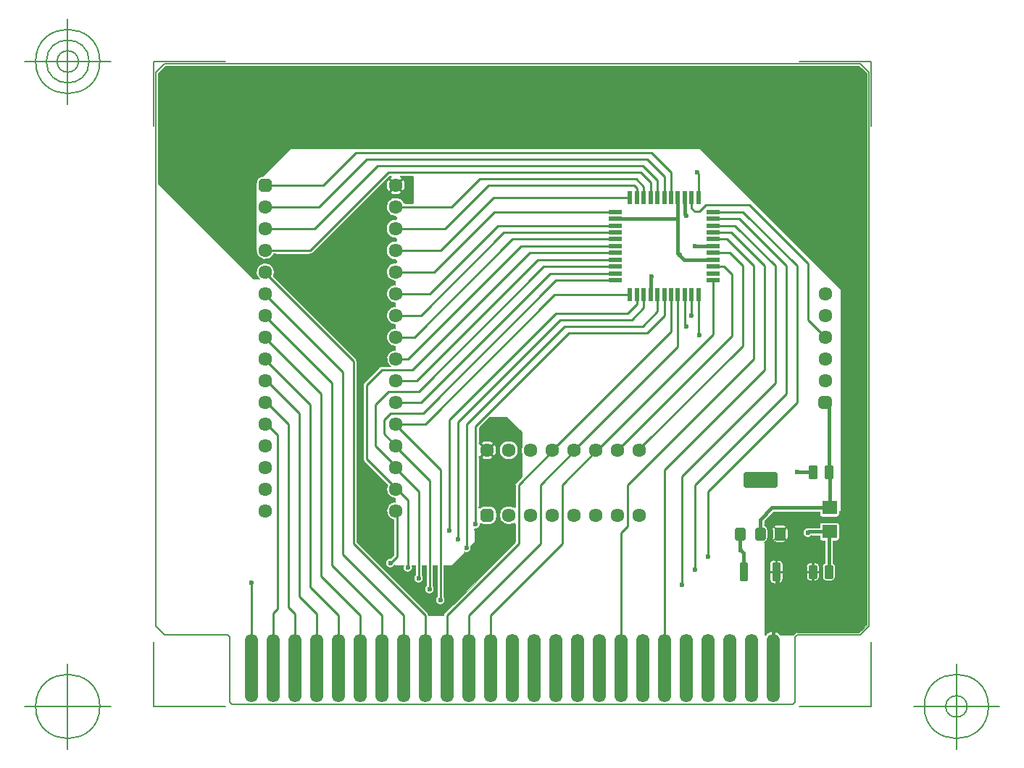
<source format=gbr>
G04 Generated by Ultiboard 14.0 *
%FSLAX34Y34*%
%MOMM*%

%ADD10C,0.0001*%
%ADD11C,0.0010*%
%ADD12C,0.2540*%
%ADD13C,0.1270*%
%ADD14C,0.3810*%
%ADD15C,1.6088*%
%ADD16R,0.5291X0.5291*%
%ADD17C,0.9949*%
%ADD18R,0.5718X1.1857*%
%ADD19C,0.4232*%
%ADD20C,0.6000*%
%ADD21R,0.6774X0.6774*%
%ADD22C,0.8466*%
%ADD23R,0.5718X1.7780*%
%ADD24O,1.5240X8.0000*%
%ADD25R,0.6772X0.9312*%
%ADD26C,0.5928*%
%ADD27R,3.3863X1.2062*%
%ADD28R,1.8000X1.6000*%
%ADD29R,0.5000X1.5500*%
%ADD30R,1.5500X0.5000*%


G04 ColorRGB 808000 for the following layer *
%LNCopper Top*%
%LPD*%
G54D10*
G36*
X204259Y805163D02*
X204259Y805163D01*
X1014941Y805163D01*
X1023603Y796501D01*
X1023603Y708660D01*
X195597Y708660D01*
X195597Y796501D01*
X204259Y805163D01*
D02*
G37*
G36*
X472440Y299367D02*
X472440Y299367D01*
X472440Y294993D01*
G75*
D01*
G03X471147Y274206I1269J-10513*
G01*
X471147Y274206D01*
X471147Y232728D01*
X467482Y229064D01*
G75*
D01*
G03X472440Y221297I-122J-5544*
G01*
X472440Y221297D01*
X472440Y203541D01*
X428013Y247968D01*
X428013Y459740D01*
G74*
D01*
G03X426885Y462456I3833J0*
G01*
X426885Y462456D01*
X335213Y554128D01*
X335213Y556269D01*
X466348Y556269D01*
G74*
D01*
G03X472440Y553367I7362J7610*
G01*
X472440Y553367D01*
X472440Y548993D01*
G75*
D01*
G03X472440Y527967I1266J-10513*
G01*
X472440Y527967D01*
X472440Y523593D01*
G75*
D01*
G03X472440Y502567I1266J-10513*
G01*
X472440Y502567D01*
X472440Y498193D01*
G75*
D01*
G03X472440Y477167I1266J-10513*
G01*
X472440Y477167D01*
X472440Y472793D01*
G75*
D01*
G03X467921Y453413I1269J-10513*
G01*
X467921Y453413D01*
X457203Y453413D01*
G75*
D01*
G03X454489Y452291I-4J-3833*
G01*
X454489Y452291D01*
X436709Y434511D01*
G75*
D01*
G03X435587Y431795I2711J-2710*
G01*
X435587Y431795D01*
X435587Y345451D01*
G75*
D01*
G03X436709Y342729I3833J-12*
G01*
X436709Y342729D01*
X464440Y314999D01*
G75*
D01*
G03X472440Y299367I9269J-5119*
G01*
D02*
G37*
G36*
X993140Y708660D02*
X993140Y708660D01*
X995680Y541020D01*
X828040Y708660D01*
X993140Y708660D01*
D02*
G37*
G36*
X467562Y675615D02*
G74*
D01*
G03X465328Y673862I6147J10134*
G01*
X465328Y673862D01*
X470567Y668623D01*
X470567Y668623D01*
X470567Y668623D01*
X465328Y673862D01*
G75*
D01*
G03X465328Y657098I8381J-8382*
G01*
X465328Y657098D01*
X470567Y662337D01*
X470567Y662337D01*
X470567Y662337D01*
X465328Y657098D01*
G75*
D01*
G03X482092Y657098I8382J8381*
G01*
X482092Y657098D01*
X476853Y662337D01*
X476853Y662337D01*
X476853Y662337D01*
X482092Y657098D01*
G75*
D01*
G03X482092Y673862I-8381J8382*
G01*
X482092Y673862D01*
X476853Y668623D01*
X476853Y668623D01*
X476853Y668623D01*
X482092Y673862D01*
G74*
D01*
G03X479858Y675615I8381J8381*
G01*
X479858Y675615D01*
X492760Y675615D01*
X492760Y645185D01*
X484409Y645185D01*
G75*
D01*
G03X473710Y628226I-10698J-5105*
G01*
X473710Y628226D01*
X473710Y626534D01*
G75*
D01*
G03X473710Y602826I0J-11854*
G01*
X473710Y602826D01*
X473710Y601134D01*
G75*
D01*
G03X473710Y577426I0J-11854*
G01*
X473710Y577426D01*
X473710Y575734D01*
G75*
D01*
G03X464648Y556237I-1J-11854*
G01*
X464648Y556237D01*
X334902Y556237D01*
X332710Y558429D01*
X332710Y560631D01*
G75*
D01*
G03X332710Y567129I-11399J3249*
G01*
X332710Y567129D01*
X332710Y584175D01*
X373373Y584175D01*
G75*
D01*
G03X374826Y584385I4J5105*
G01*
G74*
D01*
G03X376995Y585677I1446J4895*
G01*
X376995Y585677D01*
X466934Y675615D01*
X467562Y675615D01*
D02*
G37*
G36*
X195597Y667259D02*
X195597Y667259D01*
X195597Y708660D01*
X309880Y708660D01*
X309880Y556260D01*
X306596Y556260D01*
X195597Y667259D01*
D02*
G37*
G36*
X1023603Y150919D02*
X1023603Y150919D01*
X1023603Y708666D01*
X993140Y708666D01*
X993140Y142257D01*
X1014941Y142257D01*
X1023603Y150919D01*
D02*
G37*
G36*
X968883Y280320D02*
X968883Y280320D01*
X968883Y283848D01*
X915012Y283848D01*
X904240Y273076D01*
X904240Y267736D01*
G74*
D01*
G02X908082Y262466I1693J5270*
G01*
X908082Y262466D01*
X908082Y253154D01*
G75*
D01*
G02X904240Y247884I-5536J0*
G01*
X904240Y247884D01*
X904240Y139603D01*
X906254Y139603D01*
G74*
D01*
G02X913405Y143606I8146J6162*
G01*
X913405Y143606D01*
X913405Y139603D01*
X915395Y139603D01*
X915395Y143606D01*
G74*
D01*
G02X922546Y139603I995J10165*
G01*
X922546Y139603D01*
X938626Y139603D01*
X940532Y141508D01*
G75*
D01*
G02X942346Y142257I1808J-1807*
G01*
X942346Y142257D01*
X993182Y142257D01*
X993182Y284546D01*
X991997Y284546D01*
X991997Y280320D01*
G75*
D01*
G02X989440Y277763I-2557J0*
G01*
X989440Y277763D01*
X971440Y277763D01*
G75*
D01*
G02X968883Y280320I0J2557*
G01*
D02*
G37*
%LPC*%
G36*
X921069Y199787D02*
X921069Y199787D01*
X919205Y199787D01*
X919205Y212365D01*
X925752Y212365D01*
X925752Y204470D01*
G75*
D01*
G02X921069Y199787I-4683J0*
G01*
D02*
G37*
G36*
X910668Y204470D02*
X910668Y204470D01*
X910668Y212365D01*
X917215Y212365D01*
X917215Y199787D01*
X915351Y199787D01*
G75*
D01*
G02X910668Y204470I0J4683*
G01*
D02*
G37*
G36*
X915351Y226933D02*
X915351Y226933D01*
X917215Y226933D01*
X917215Y214355D01*
X910668Y214355D01*
X910668Y222250D01*
G75*
D01*
G02X915351Y226933I4683J0*
G01*
D02*
G37*
G36*
X921069Y226933D02*
G74*
D01*
G02X925752Y222250I0J4683*
G01*
X925752Y222250D01*
X925752Y214355D01*
X919205Y214355D01*
X919205Y226933D01*
X921069Y226933D01*
D02*
G37*
G36*
X963825Y202748D02*
X963825Y202748D01*
X961962Y202748D01*
X961962Y212365D01*
X968509Y212365D01*
X968509Y207432D01*
G75*
D01*
G02X963825Y202748I-4684J0*
G01*
D02*
G37*
G36*
X953425Y207432D02*
X953425Y207432D01*
X953425Y212365D01*
X959972Y212365D01*
X959972Y202748D01*
X958108Y202748D01*
G75*
D01*
G02X953425Y207432I1J4684*
G01*
D02*
G37*
G36*
X958108Y223972D02*
X958108Y223972D01*
X959972Y223972D01*
X959972Y214355D01*
X953425Y214355D01*
X953425Y219288D01*
G75*
D01*
G02X958108Y223972I4683J1*
G01*
D02*
G37*
G36*
X963825Y223972D02*
G74*
D01*
G02X968509Y219288I0J4684*
G01*
X968509Y219288D01*
X968509Y214355D01*
X961962Y214355D01*
X961962Y223972D01*
X963825Y223972D01*
D02*
G37*
G36*
X914411Y265475D02*
X914411Y265475D01*
X921121Y257810D01*
X914411Y250145D01*
G75*
D01*
G02X913522Y253154I4647J3009*
G01*
X913522Y253154D01*
X913522Y262466D01*
G74*
D01*
G02X914411Y265475I5536J0*
G01*
D02*
G37*
G36*
X929104Y266929D02*
X929104Y266929D01*
X922443Y259321D01*
X915783Y266929D01*
G75*
D01*
G02X919058Y268002I3275J-4462*
G01*
X919058Y268002D01*
X925829Y268002D01*
G74*
D01*
G02X929104Y266929I1J5536*
G01*
D02*
G37*
G36*
X930476Y250145D02*
X930476Y250145D01*
X923766Y257810D01*
X930476Y265475D01*
G74*
D01*
G02X931365Y262466I4647J3009*
G01*
X931365Y262466D01*
X931365Y253154D01*
G75*
D01*
G02X930476Y250145I-5536J0*
G01*
D02*
G37*
G36*
X929104Y248691D02*
G74*
D01*
G02X925829Y247618I3275J4462*
G01*
X925829Y247618D01*
X919058Y247618D01*
G75*
D01*
G02X915783Y248691I1J5536*
G01*
X915783Y248691D01*
X922443Y256299D01*
X929104Y248691D01*
D02*
G37*
G36*
X959546Y255848D02*
G75*
D01*
G02X955071Y264625I-4506J3232*
G01*
G74*
D01*
G02X955636Y264745I1209J4304*
G01*
G75*
D01*
G02X956280Y264792I647J-4424*
G01*
X956280Y264792D01*
X968883Y264792D01*
X968883Y268320D01*
G75*
D01*
G02X971440Y270877I2557J0*
G01*
X971440Y270877D01*
X989440Y270877D01*
G74*
D01*
G02X991997Y268320I0J2557*
G01*
X991997Y268320D01*
X991997Y252320D01*
G75*
D01*
G02X989440Y249763I-2557J0*
G01*
X989440Y249763D01*
X984065Y249763D01*
X984065Y223685D01*
G74*
D01*
G02X987135Y219288I1613J4396*
G01*
X987135Y219288D01*
X987135Y207432D01*
G75*
D01*
G02X982452Y202748I-4683J-1*
G01*
X982452Y202748D01*
X976735Y202748D01*
G75*
D01*
G02X972051Y207432I0J4684*
G01*
X972051Y207432D01*
X972051Y219288D01*
G74*
D01*
G02X975122Y223685I4684J1*
G01*
X975122Y223685D01*
X975122Y249763D01*
X971440Y249763D01*
G75*
D01*
G02X968883Y252320I0J2557*
G01*
X968883Y252320D01*
X968883Y255848D01*
X959546Y255848D01*
D02*
G37*
%LPD*%
G36*
X571525Y363469D02*
X571525Y363469D01*
X571525Y381426D01*
X583815Y393716D01*
X602707Y393716D01*
X619760Y376664D01*
X619760Y358743D01*
G75*
D01*
G03X619760Y352457I11430J-3143*
G01*
X619760Y352457D01*
X619760Y324719D01*
X613611Y318569D01*
G75*
D01*
G03X612115Y314948I3607J-3610*
G01*
X612115Y314948D01*
X612115Y289425D01*
G75*
D01*
G03X612115Y269375I-6324J-10025*
G01*
X612115Y269375D01*
X612115Y248494D01*
X566420Y202799D01*
X566420Y262430D01*
G74*
D01*
G03X573220Y268871I0J6810*
G01*
G75*
D01*
G03X577003Y267931I3783J7142*
G01*
X577003Y267931D01*
X583777Y267931D01*
G75*
D01*
G03X591859Y276013I0J8082*
G01*
X591859Y276013D01*
X591859Y282787D01*
G74*
D01*
G03X583777Y290869I8082J0*
G01*
X583777Y290869D01*
X577003Y290869D01*
G75*
D01*
G03X571525Y288729I0J-8082*
G01*
X571525Y288729D01*
X571525Y347731D01*
G74*
D01*
G03X572008Y347218I8868J7865*
G01*
X572008Y347218D01*
X577247Y352457D01*
X577247Y352457D01*
X577247Y352457D01*
X572008Y347218D01*
G75*
D01*
G03X588772Y347218I8382J8381*
G01*
X588772Y347218D01*
X583533Y352457D01*
X583533Y352457D01*
X583533Y352457D01*
X588772Y347218D01*
G75*
D01*
G03X588772Y363982I-8381J8382*
G01*
X588772Y363982D01*
X583533Y358743D01*
X583533Y358743D01*
X583533Y358743D01*
X588772Y363982D01*
G75*
D01*
G03X572008Y363982I-8382J-8381*
G01*
X572008Y363982D01*
X577247Y358743D01*
X577247Y358743D01*
X577247Y358743D01*
X572008Y363982D01*
G74*
D01*
G03X571525Y363469I8385J8378*
G01*
D02*
G37*
%LPC*%
G36*
X593936Y355600D02*
G75*
D01*
G03X593936Y355600I11854J0*
G01*
D02*
G37*
%LPD*%
G36*
X504213Y209746D02*
G75*
D01*
G02X496547Y209746I-3833J-4006*
G01*
X496547Y209746D01*
X496547Y221038D01*
X492579Y221038D01*
G75*
D01*
G02X482781Y221038I-4899J-2597*
G01*
X482781Y221038D01*
X472440Y221038D01*
X472440Y203541D01*
X510705Y165276D01*
G74*
D01*
G02X511833Y162560I2705J2716*
G01*
X511833Y162560D01*
X529567Y162560D01*
G74*
D01*
G02X530689Y165271I3833J1*
G01*
X530689Y165271D01*
X566420Y201001D01*
X566420Y221038D01*
X529613Y221038D01*
X529613Y184346D01*
G75*
D01*
G02X521947Y184346I-3833J-4006*
G01*
X521947Y184346D01*
X521947Y221038D01*
X516913Y221038D01*
X516913Y197046D01*
G75*
D01*
G02X509247Y197046I-3833J-4006*
G01*
X509247Y197046D01*
X509247Y221038D01*
X504213Y221038D01*
X504213Y209746D01*
D02*
G37*
G36*
X942346Y142257D02*
X942346Y142257D01*
X993140Y142257D01*
X993140Y182880D01*
X937260Y182880D01*
X937260Y139700D01*
X938723Y139700D01*
X940532Y141508D01*
G75*
D01*
G02X942346Y142257I1808J-1807*
G01*
D02*
G37*
G36*
X317526Y675666D02*
G74*
D01*
G03X311124Y669264I396J6798*
G01*
X311124Y669264D01*
X309880Y668020D01*
X309880Y708660D01*
X350520Y708660D01*
X317526Y675666D01*
D02*
G37*
G36*
X331181Y585447D02*
X331181Y585447D01*
X332740Y585447D01*
X332740Y556601D01*
X330580Y558761D01*
G75*
D01*
G03X314149Y556079I-9270J5118*
G01*
X314149Y556079D01*
X307340Y556079D01*
X307340Y589280D01*
X310721Y589280D01*
G75*
D01*
G03X331181Y585447I10589J0*
G01*
D02*
G37*
G36*
X553820Y236320D02*
G75*
D01*
G03X561240Y243740I2441J4979*
G01*
X561240Y243740D01*
X566420Y248920D01*
X566420Y220980D01*
X538480Y220980D01*
X553820Y236320D01*
D02*
G37*
G54D11*
X942346Y142257D02*
X993140Y142257D01*
X993140Y182880D01*
X937260Y182880D01*
X937260Y139700D01*
X938723Y139700D01*
X940532Y141508D01*
G75*
D01*
G02X942346Y142257I1808J-1807*
G01*
X504213Y209746D02*
G75*
D01*
G02X496547Y209746I-3833J-4006*
G01*
X496547Y221038D01*
X492579Y221038D01*
G75*
D01*
G02X482781Y221038I-4899J-2597*
G01*
X472440Y221038D01*
X472440Y203541D01*
X510705Y165276D01*
G74*
D01*
G02X511833Y162560I2705J2716*
G01*
X529567Y162560D01*
G74*
D01*
G02X530689Y165271I3833J1*
G01*
X566420Y201001D01*
X566420Y221038D01*
X529613Y221038D01*
X529613Y184346D01*
G75*
D01*
G02X521947Y184346I-3833J-4006*
G01*
X521947Y221038D01*
X516913Y221038D01*
X516913Y197046D01*
G75*
D01*
G02X509247Y197046I-3833J-4006*
G01*
X509247Y221038D01*
X504213Y221038D01*
X504213Y209746D01*
X921069Y199787D02*
X919205Y199787D01*
X919205Y212365D01*
X925752Y212365D01*
X925752Y204470D01*
G75*
D01*
G02X921069Y199787I-4683J0*
G01*
X910668Y204470D02*
X910668Y212365D01*
X917215Y212365D01*
X917215Y199787D01*
X915351Y199787D01*
G75*
D01*
G02X910668Y204470I0J4683*
G01*
X915351Y226933D02*
X917215Y226933D01*
X917215Y214355D01*
X910668Y214355D01*
X910668Y222250D01*
G75*
D01*
G02X915351Y226933I4683J0*
G01*
X921069Y226933D02*
G74*
D01*
G02X925752Y222250I0J4683*
G01*
X925752Y214355D01*
X919205Y214355D01*
X919205Y226933D01*
X921069Y226933D01*
X963825Y202748D02*
X961962Y202748D01*
X961962Y212365D01*
X968509Y212365D01*
X968509Y207432D01*
G75*
D01*
G02X963825Y202748I-4684J0*
G01*
X953425Y207432D02*
X953425Y212365D01*
X959972Y212365D01*
X959972Y202748D01*
X958108Y202748D01*
G75*
D01*
G02X953425Y207432I1J4684*
G01*
X958108Y223972D02*
X959972Y223972D01*
X959972Y214355D01*
X953425Y214355D01*
X953425Y219288D01*
G75*
D01*
G02X958108Y223972I4683J1*
G01*
X963825Y223972D02*
G74*
D01*
G02X968509Y219288I0J4684*
G01*
X968509Y214355D01*
X961962Y214355D01*
X961962Y223972D01*
X963825Y223972D01*
X914411Y265475D02*
X921121Y257810D01*
X914411Y250145D01*
G75*
D01*
G02X913522Y253154I4647J3009*
G01*
X913522Y262466D01*
G74*
D01*
G02X914411Y265475I5536J0*
G01*
X929104Y266929D02*
X922443Y259321D01*
X915783Y266929D01*
G75*
D01*
G02X919058Y268002I3275J-4462*
G01*
X925829Y268002D01*
G74*
D01*
G02X929104Y266929I1J5536*
G01*
X930476Y250145D02*
X923766Y257810D01*
X930476Y265475D01*
G74*
D01*
G02X931365Y262466I4647J3009*
G01*
X931365Y253154D01*
G75*
D01*
G02X930476Y250145I-5536J0*
G01*
X929104Y248691D02*
G74*
D01*
G02X925829Y247618I3275J4462*
G01*
X919058Y247618D01*
G75*
D01*
G02X915783Y248691I1J5536*
G01*
X922443Y256299D01*
X929104Y248691D01*
X959546Y255848D02*
G75*
D01*
G02X955071Y264625I-4506J3232*
G01*
G74*
D01*
G02X955636Y264745I1209J4304*
G01*
G75*
D01*
G02X956280Y264792I647J-4424*
G01*
X968883Y264792D01*
X968883Y268320D01*
G75*
D01*
G02X971440Y270877I2557J0*
G01*
X989440Y270877D01*
G74*
D01*
G02X991997Y268320I0J2557*
G01*
X991997Y252320D01*
G75*
D01*
G02X989440Y249763I-2557J0*
G01*
X984065Y249763D01*
X984065Y223685D01*
G74*
D01*
G02X987135Y219288I1613J4396*
G01*
X987135Y207432D01*
G75*
D01*
G02X982452Y202748I-4683J-1*
G01*
X976735Y202748D01*
G75*
D01*
G02X972051Y207432I0J4684*
G01*
X972051Y219288D01*
G74*
D01*
G02X975122Y223685I4684J1*
G01*
X975122Y249763D01*
X971440Y249763D01*
G75*
D01*
G02X968883Y252320I0J2557*
G01*
X968883Y255848D01*
X959546Y255848D01*
X968883Y280320D02*
X968883Y283848D01*
X915012Y283848D01*
X904240Y273076D01*
X904240Y267736D01*
G74*
D01*
G02X908082Y262466I1693J5270*
G01*
X908082Y253154D01*
G75*
D01*
G02X904240Y247884I-5536J0*
G01*
X904240Y139603D01*
X906254Y139603D01*
G74*
D01*
G02X913405Y143606I8146J6162*
G01*
X913405Y139603D01*
X915395Y139603D01*
X915395Y143606D01*
G74*
D01*
G02X922546Y139603I995J10165*
G01*
X938626Y139603D01*
X940532Y141508D01*
G75*
D01*
G02X942346Y142257I1808J-1807*
G01*
X993182Y142257D01*
X993182Y284546D01*
X991997Y284546D01*
X991997Y280320D01*
G75*
D01*
G02X989440Y277763I-2557J0*
G01*
X971440Y277763D01*
G75*
D01*
G02X968883Y280320I0J2557*
G01*
X472440Y299367D02*
X472440Y294993D01*
G75*
D01*
G03X471147Y274206I1269J-10513*
G01*
X471147Y232728D01*
X467482Y229064D01*
G75*
D01*
G03X472440Y221297I-122J-5544*
G01*
X472440Y203541D01*
X428013Y247968D01*
X428013Y459740D01*
G74*
D01*
G03X426885Y462456I3833J0*
G01*
X335213Y554128D01*
X335213Y556269D01*
X466348Y556269D01*
G74*
D01*
G03X472440Y553367I7362J7610*
G01*
X472440Y548993D01*
G75*
D01*
G03X472440Y527967I1266J-10513*
G01*
X472440Y523593D01*
G75*
D01*
G03X472440Y502567I1266J-10513*
G01*
X472440Y498193D01*
G75*
D01*
G03X472440Y477167I1266J-10513*
G01*
X472440Y472793D01*
G75*
D01*
G03X467921Y453413I1269J-10513*
G01*
X457203Y453413D01*
G75*
D01*
G03X454489Y452291I-4J-3833*
G01*
X436709Y434511D01*
G75*
D01*
G03X435587Y431795I2711J-2710*
G01*
X435587Y345451D01*
G75*
D01*
G03X436709Y342729I3833J-12*
G01*
X464440Y314999D01*
G75*
D01*
G03X472440Y299367I9269J-5119*
G01*
X1023603Y150919D02*
X1023603Y708666D01*
X993140Y708666D01*
X993140Y142257D01*
X1014941Y142257D01*
X1023603Y150919D01*
X993140Y708660D02*
X995680Y541020D01*
X828040Y708660D01*
X993140Y708660D01*
X195597Y667259D02*
X195597Y708660D01*
X309880Y708660D01*
X309880Y556260D01*
X306596Y556260D01*
X195597Y667259D01*
X331181Y585447D02*
X332740Y585447D01*
X332740Y556601D01*
X330580Y558761D01*
G75*
D01*
G03X314149Y556079I-9270J5118*
G01*
X307340Y556079D01*
X307340Y589280D01*
X310721Y589280D01*
G75*
D01*
G03X331181Y585447I10589J0*
G01*
X553820Y236320D02*
G75*
D01*
G03X561240Y243740I2441J4979*
G01*
X566420Y248920D01*
X566420Y220980D01*
X538480Y220980D01*
X553820Y236320D01*
X317526Y675666D02*
G74*
D01*
G03X311124Y669264I396J6798*
G01*
X309880Y668020D01*
X309880Y708660D01*
X350520Y708660D01*
X317526Y675666D01*
X204259Y805163D02*
X1014941Y805163D01*
X1023603Y796501D01*
X1023603Y708660D01*
X195597Y708660D01*
X195597Y796501D01*
X204259Y805163D01*
G54D12*
X467562Y675615D02*
G74*
D01*
G03X465328Y673862I6147J10134*
G01*
X470567Y668623D01*
X470567Y668623D01*
X465328Y673862D01*
G75*
D01*
G03X465328Y657098I8381J-8382*
G01*
X470567Y662337D01*
X470567Y662337D01*
X465328Y657098D01*
G75*
D01*
G03X482092Y657098I8382J8381*
G01*
X476853Y662337D01*
X476853Y662337D01*
X482092Y657098D01*
G75*
D01*
G03X482092Y673862I-8381J8382*
G01*
X476853Y668623D01*
X476853Y668623D01*
X482092Y673862D01*
G74*
D01*
G03X479858Y675615I8381J8381*
G01*
X492760Y675615D01*
X492760Y645185D01*
X484409Y645185D01*
G75*
D01*
G03X473710Y628226I-10698J-5105*
G01*
X473710Y626534D01*
G75*
D01*
G03X473710Y602826I0J-11854*
G01*
X473710Y601134D01*
G75*
D01*
G03X473710Y577426I0J-11854*
G01*
X473710Y575734D01*
G75*
D01*
G03X464648Y556237I-1J-11854*
G01*
X334902Y556237D01*
X332710Y558429D01*
X332710Y560631D01*
G75*
D01*
G03X332710Y567129I-11399J3249*
G01*
X332710Y584175D01*
X373373Y584175D01*
G75*
D01*
G03X374826Y584385I4J5105*
G01*
G74*
D01*
G03X376995Y585677I1446J4895*
G01*
X466934Y675615D01*
X467562Y675615D01*
X593936Y355600D02*
G75*
D01*
G03X593936Y355600I11854J0*
G01*
X571525Y363469D02*
X571525Y381426D01*
X583815Y393716D01*
X602707Y393716D01*
X619760Y376664D01*
X619760Y358743D01*
G75*
D01*
G03X619760Y352457I11430J-3143*
G01*
X619760Y324719D01*
X613611Y318569D01*
G75*
D01*
G03X612115Y314948I3607J-3610*
G01*
X612115Y289425D01*
G75*
D01*
G03X612115Y269375I-6324J-10025*
G01*
X612115Y248494D01*
X566420Y202799D01*
X566420Y262430D01*
G74*
D01*
G03X573220Y268871I0J6810*
G01*
G75*
D01*
G03X577003Y267931I3783J7142*
G01*
X583777Y267931D01*
G75*
D01*
G03X591859Y276013I0J8082*
G01*
X591859Y282787D01*
G74*
D01*
G03X583777Y290869I8082J0*
G01*
X577003Y290869D01*
G75*
D01*
G03X571525Y288729I0J-8082*
G01*
X571525Y347731D01*
G74*
D01*
G03X572008Y347218I8868J7865*
G01*
X577247Y352457D01*
X577247Y352457D01*
X572008Y347218D01*
G75*
D01*
G03X588772Y347218I8382J8381*
G01*
X583533Y352457D01*
X583533Y352457D01*
X588772Y347218D01*
G75*
D01*
G03X588772Y363982I-8381J8382*
G01*
X583533Y358743D01*
X583533Y358743D01*
X588772Y363982D01*
G75*
D01*
G03X572008Y363982I-8382J-8381*
G01*
X577247Y358743D01*
X577247Y358743D01*
X572008Y363982D01*
G74*
D01*
G03X571525Y363469I8385J8378*
G01*
X321310Y386080D02*
X322580Y386080D01*
X335280Y373380D01*
X321310Y487680D02*
X321310Y486410D01*
X321310Y513080D02*
X321310Y511810D01*
X321310Y538480D02*
X321310Y537210D01*
X321310Y563880D02*
X321310Y562610D01*
X322580Y462280D02*
X321310Y462280D01*
X473710Y309880D02*
X474980Y309880D01*
X473710Y360680D02*
X473710Y359410D01*
X473710Y386080D02*
X473710Y384810D01*
X681990Y355600D02*
X681990Y354330D01*
X642620Y314960D01*
X707390Y355600D02*
X707390Y354330D01*
X668020Y314960D01*
X656590Y355600D02*
X656590Y354330D01*
X617220Y314960D01*
X321310Y462280D02*
X321310Y461010D01*
X322580Y411480D02*
X321310Y411480D01*
X322580Y436880D02*
X321310Y436880D01*
X473710Y334010D02*
X473710Y336550D01*
X500380Y424180D02*
X464820Y424180D01*
X730400Y570360D02*
X646560Y570360D01*
X500380Y424180D01*
X473710Y309880D02*
X473710Y311150D01*
X457200Y449580D02*
X492760Y449580D01*
X629920Y586740D01*
X731520Y586740D01*
X730400Y578360D02*
X639320Y578360D01*
X497840Y436880D01*
X473710Y436880D01*
X473710Y359410D02*
X513080Y320040D01*
X473710Y384810D02*
X525780Y332740D01*
X474980Y309880D02*
X487680Y297180D01*
X473710Y334010D02*
X500380Y307340D01*
X660400Y515620D02*
X744220Y515620D01*
X755400Y526800D01*
X755400Y537360D01*
X665480Y508000D02*
X749300Y508000D01*
X763400Y522100D01*
X763400Y537360D01*
X670560Y500380D02*
X762000Y500380D01*
X779400Y517780D01*
X779400Y537360D01*
X767080Y492760D02*
X787400Y513080D01*
X787400Y537360D01*
X675640Y492760D02*
X767080Y492760D01*
X474980Y231140D02*
X474980Y283210D01*
X473710Y284480D01*
X487680Y218440D02*
X487680Y297180D01*
X500380Y205740D02*
X500380Y307340D01*
X513080Y193040D02*
X513080Y320040D01*
X525780Y180340D02*
X525780Y332740D01*
X566420Y383540D02*
X675640Y492760D01*
X556260Y386080D02*
X670560Y500380D01*
X556260Y241300D02*
X556260Y386080D01*
X546100Y388620D02*
X665480Y508000D01*
X546100Y251460D02*
X546100Y388620D01*
X535940Y391160D02*
X660400Y515620D01*
X535940Y261620D02*
X535940Y391160D01*
X656590Y355600D02*
X795400Y494410D01*
X795400Y537360D01*
X681990Y355600D02*
X803400Y477010D01*
X803400Y537360D01*
X707390Y355600D02*
X708660Y355600D01*
X844400Y491340D01*
X844400Y554360D01*
X857120Y570360D02*
X844400Y570360D01*
X758190Y355600D02*
X758190Y356870D01*
X863980Y586360D02*
X844400Y586360D01*
X844400Y602360D02*
X860680Y602360D01*
X744220Y314960D02*
X744220Y266700D01*
X736600Y259080D01*
X736600Y101060D01*
X844400Y610360D02*
X865380Y610360D01*
X787400Y332740D02*
X787400Y101060D01*
X844400Y618360D02*
X870080Y618360D01*
X844400Y626360D02*
X874780Y626360D01*
X844400Y634360D02*
X879480Y634360D01*
X807720Y325120D02*
X807720Y198120D01*
X822960Y314960D02*
X822960Y215900D01*
X878840Y477520D02*
X878840Y571500D01*
X758190Y356870D02*
X878840Y477520D01*
X878840Y571500D02*
X863980Y586360D01*
X866140Y488950D02*
X866140Y561340D01*
X857120Y570360D01*
X732790Y355600D02*
X866140Y488950D01*
X891540Y571500D02*
X891540Y462280D01*
X860680Y602360D02*
X891540Y571500D01*
X891540Y462280D02*
X744220Y314960D01*
X904240Y571500D02*
X904240Y449580D01*
X787400Y332740D01*
X865380Y610360D02*
X904240Y571500D01*
X916940Y571500D02*
X916940Y434340D01*
X870080Y618360D02*
X916940Y571500D01*
X916940Y434340D02*
X807720Y325120D01*
X929640Y571500D02*
X929640Y421640D01*
X874780Y626360D02*
X929640Y571500D01*
X929640Y421640D02*
X822960Y314960D01*
X942340Y571500D02*
X942340Y411480D01*
X879480Y634360D02*
X942340Y571500D01*
X942340Y411480D02*
X838200Y307340D01*
X508000Y162560D02*
X508000Y101060D01*
X482600Y162560D02*
X482600Y101060D01*
X457200Y162560D02*
X457200Y101060D01*
X431800Y162560D02*
X431800Y101060D01*
X406400Y162560D02*
X406400Y101060D01*
X381000Y164560D02*
X381000Y101060D01*
X355600Y164560D02*
X355600Y101060D01*
X335280Y170180D02*
X330200Y165100D01*
X335280Y373380D02*
X335280Y170180D01*
X330200Y165100D02*
X330200Y101060D01*
X347980Y386080D02*
X347980Y172180D01*
X322580Y411480D02*
X347980Y386080D01*
X347980Y172180D02*
X355600Y164560D01*
X360680Y398780D02*
X360680Y184880D01*
X322580Y436880D02*
X360680Y398780D01*
X360680Y184880D02*
X381000Y164560D01*
X373380Y408940D02*
X373380Y195580D01*
X321310Y461010D02*
X373380Y408940D01*
X373380Y195580D02*
X406400Y162560D01*
X386080Y421640D02*
X386080Y208280D01*
X431800Y162560D01*
X321310Y486410D02*
X386080Y421640D01*
X398780Y434340D02*
X398780Y220980D01*
X457200Y162560D01*
X321310Y511810D02*
X398780Y434340D01*
X411480Y447040D02*
X411480Y233680D01*
X482600Y162560D01*
X321310Y537210D02*
X411480Y447040D01*
X424180Y459740D02*
X424180Y246380D01*
X508000Y162560D01*
X321310Y562610D02*
X424180Y459740D01*
X459740Y374650D02*
X459740Y391160D01*
X473710Y360680D02*
X459740Y374650D01*
X459740Y391160D02*
X467360Y398780D01*
X449580Y360680D02*
X449580Y408940D01*
X464820Y424180D01*
X473710Y336550D02*
X449580Y360680D01*
X827400Y537360D02*
X827400Y492120D01*
X819400Y537360D02*
X819400Y514100D01*
X811400Y501780D02*
X811400Y537360D01*
X811400Y501780D02*
X812800Y500380D01*
X819400Y651360D02*
X819400Y638560D01*
X822960Y635000D01*
X828040Y635000D01*
X835660Y642620D01*
X886460Y642620D01*
X955040Y574040D01*
X955040Y508000D01*
X975360Y487680D01*
X730400Y594360D02*
X619760Y594360D01*
X487680Y462280D01*
X473710Y462280D01*
X730400Y602360D02*
X609980Y602360D01*
X495300Y487680D01*
X473710Y487680D01*
X730400Y610360D02*
X600200Y610360D01*
X502920Y513080D01*
X473710Y513080D01*
X730400Y618360D02*
X592960Y618360D01*
X513080Y538480D01*
X473710Y538480D01*
X730400Y634360D02*
X588640Y634360D01*
X518160Y563880D01*
X473710Y563880D01*
X653800Y562360D02*
X502920Y411480D01*
X730400Y562360D02*
X653800Y562360D01*
X473710Y411480D02*
X502920Y411480D01*
X661040Y554360D02*
X505460Y398780D01*
X467360Y398780D02*
X505460Y398780D01*
X730400Y554360D02*
X661040Y554360D01*
X659280Y537360D02*
X508000Y386080D01*
X473710Y386080D02*
X508000Y386080D01*
X747400Y537360D02*
X659280Y537360D01*
X587860Y651360D02*
X747400Y651360D01*
X587860Y651360D02*
X525780Y589280D01*
X473710Y589280D01*
X755400Y651360D02*
X755400Y661920D01*
X751840Y665480D01*
X581660Y665480D01*
X530860Y614680D01*
X473710Y614680D01*
X763400Y651360D02*
X763400Y664080D01*
X754380Y673100D01*
X571500Y673100D01*
X538480Y640080D01*
X473710Y640080D01*
X771400Y651360D02*
X771400Y668780D01*
X759460Y680720D01*
X464820Y680720D01*
X373380Y589280D01*
X321310Y589280D01*
X779400Y651360D02*
X779400Y670940D01*
X762000Y688340D01*
X452120Y688340D01*
X378460Y614680D01*
X321310Y614680D01*
X787400Y651360D02*
X787400Y675640D01*
X767080Y695960D01*
X439420Y695960D01*
X383540Y640080D01*
X321310Y640080D01*
X795400Y651360D02*
X795400Y680340D01*
X772160Y703580D01*
X426720Y703580D01*
X388620Y665480D01*
X321310Y665480D01*
X304800Y200660D02*
X304800Y101060D01*
X566420Y269240D02*
X566420Y383540D01*
X474980Y231140D02*
X467360Y223520D01*
X617220Y246380D02*
X533400Y162560D01*
X617220Y314960D02*
X617220Y246380D01*
X533400Y162560D02*
X533400Y101060D01*
X642620Y246380D02*
X558800Y162560D01*
X642620Y314960D02*
X642620Y246380D01*
X558800Y162560D02*
X558800Y101060D01*
X668020Y246380D02*
X584200Y162560D01*
X668020Y314960D02*
X668020Y246380D01*
X584200Y162560D02*
X584200Y101060D01*
X838200Y231140D02*
X838200Y307340D01*
X827400Y651360D02*
X827400Y678820D01*
X825500Y680720D01*
X439420Y345440D02*
X439420Y431800D01*
X473710Y311150D02*
X439420Y345440D01*
X439420Y431800D02*
X457200Y449580D01*
G54D13*
X330200Y105140D02*
X332740Y102600D01*
X406400Y101060D02*
X403860Y103600D01*
X190500Y55880D02*
X190500Y131318D01*
X190500Y55880D02*
X274320Y55880D01*
X1028700Y55880D02*
X944880Y55880D01*
X1028700Y55880D02*
X1028700Y131318D01*
X1028700Y810260D02*
X1028700Y734822D01*
X1028700Y810260D02*
X944880Y810260D01*
X190500Y810260D02*
X274320Y810260D01*
X190500Y810260D02*
X190500Y734822D01*
X140500Y55880D02*
X40500Y55880D01*
X90500Y5880D02*
X90500Y105880D01*
X53000Y55880D02*
G75*
D01*
G02X53000Y55880I37500J0*
G01*
X1078700Y55880D02*
X1178700Y55880D01*
X1128700Y5880D02*
X1128700Y105880D01*
X1091200Y55880D02*
G75*
D01*
G02X1091200Y55880I37500J0*
G01*
X1116200Y55880D02*
G75*
D01*
G02X1116200Y55880I12500J0*
G01*
X140500Y810260D02*
X40500Y810260D01*
X90500Y760260D02*
X90500Y860260D01*
X53000Y810260D02*
G75*
D01*
G02X53000Y810260I37500J0*
G01*
X65500Y810260D02*
G75*
D01*
G02X65500Y810260I25000J0*
G01*
X78000Y810260D02*
G75*
D01*
G02X78000Y810260I12500J0*
G01*
X281940Y58420D02*
X937260Y58420D01*
X279400Y137160D02*
X279400Y60960D01*
X939800Y60960D02*
X939800Y137160D01*
X276860Y139700D02*
X279400Y137160D01*
X279400Y60960D02*
X281940Y58420D01*
X937260Y58420D02*
X939800Y60960D01*
X939800Y137160D02*
X942340Y139700D01*
X1016000Y139700D02*
X1026160Y149860D01*
X942340Y139700D02*
X1016000Y139700D01*
X1026160Y797560D02*
X1016000Y807720D01*
X1026160Y149860D02*
X1026160Y797560D01*
X193040Y797560D02*
X193040Y149860D01*
X203200Y139700D01*
X203200Y807720D02*
X193040Y797560D01*
X203200Y139700D02*
X276860Y139700D01*
X1016000Y807720D02*
X203200Y807720D01*
X190500Y55880D02*
X190500Y131318D01*
X190500Y55880D02*
X274320Y55880D01*
X1028700Y55880D02*
X944880Y55880D01*
X1028700Y55880D02*
X1028700Y131318D01*
X1028700Y810260D02*
X1028700Y734822D01*
X1028700Y810260D02*
X944880Y810260D01*
X190500Y810260D02*
X274320Y810260D01*
X190500Y810260D02*
X190500Y734822D01*
X140500Y55880D02*
X40500Y55880D01*
X90500Y5880D02*
X90500Y105880D01*
X53000Y55880D02*
G75*
D01*
G02X53000Y55880I37500J0*
G01*
X1078700Y55880D02*
X1178700Y55880D01*
X1128700Y5880D02*
X1128700Y105880D01*
X1091200Y55880D02*
G75*
D01*
G02X1091200Y55880I37500J0*
G01*
X1116200Y55880D02*
G75*
D01*
G02X1116200Y55880I12500J0*
G01*
X140500Y810260D02*
X40500Y810260D01*
X90500Y760260D02*
X90500Y860260D01*
X53000Y810260D02*
G75*
D01*
G02X53000Y810260I37500J0*
G01*
X65500Y810260D02*
G75*
D01*
G02X65500Y810260I25000J0*
G01*
X78000Y810260D02*
G75*
D01*
G02X78000Y810260I12500J0*
G01*
G54D14*
X771400Y537360D02*
X771400Y558040D01*
X772160Y558800D01*
X844400Y594360D02*
X822960Y594360D01*
X914400Y185420D02*
X914400Y101060D01*
X914400Y185420D02*
X919480Y190500D01*
X919480Y212725D01*
X844400Y578360D02*
X811020Y578360D01*
X803400Y585980D02*
X811020Y578360D01*
X803400Y651360D02*
X803400Y585980D01*
X730400Y626360D02*
X802380Y626360D01*
X803400Y627380D01*
X811400Y651360D02*
X811400Y631320D01*
X812800Y629920D01*
X875877Y257810D02*
X875877Y239183D01*
X880110Y213360D02*
X880110Y234950D01*
X876300Y238760D01*
X899160Y257810D02*
X899160Y274320D01*
X913160Y288320D01*
X980440Y288320D01*
X980440Y329353D01*
X979593Y330200D01*
X979593Y407247D01*
X975360Y411480D01*
X979593Y213360D02*
X979593Y259473D01*
X980440Y260320D01*
X956280Y260320D01*
X955040Y259080D01*
X960967Y330200D02*
X942340Y330200D01*
X730400Y626320D02*
X730400Y626360D01*
G54D15*
X975360Y487680D03*
X975360Y436880D03*
X975360Y538480D03*
X975360Y462280D03*
X975360Y513080D03*
X321310Y360680D03*
X473710Y360680D03*
X473710Y665480D03*
X473710Y513080D03*
X473710Y589280D03*
X473710Y640080D03*
X473710Y614680D03*
X473710Y563880D03*
X473710Y538480D03*
X473710Y436880D03*
X473710Y462280D03*
X473710Y487680D03*
X473710Y386080D03*
X473710Y411480D03*
X473710Y309880D03*
X473710Y335280D03*
X473710Y284480D03*
X321310Y513080D03*
X321310Y589280D03*
X321310Y614680D03*
X321310Y640080D03*
X321310Y538480D03*
X321310Y563880D03*
X321310Y436880D03*
X321310Y462280D03*
X321310Y487680D03*
X321310Y386080D03*
X321310Y411480D03*
X321310Y284480D03*
X321310Y309880D03*
X321310Y335280D03*
X580390Y355600D03*
X758190Y355600D03*
X631190Y355600D03*
X605790Y355600D03*
X656590Y355600D03*
X707390Y355600D03*
X681990Y355600D03*
X732790Y355600D03*
X605790Y279400D03*
X758190Y279400D03*
X681990Y279400D03*
X631190Y279400D03*
X656590Y279400D03*
X732790Y279400D03*
X707390Y279400D03*
G54D16*
X975360Y411480D03*
G54D17*
X972715Y408835D02*
X978005Y408835D01*
X978005Y414125D01*
X972715Y414125D01*
X972715Y408835D01*D02*
G54D18*
X979593Y330200D03*
X960967Y330200D03*
X979593Y213360D03*
X960967Y213360D03*
G54D19*
X976734Y324272D02*
X982452Y324272D01*
X982452Y336128D01*
X976734Y336128D01*
X976734Y324272D01*D02*
X958108Y324272D02*
X963826Y324272D01*
X963826Y336128D01*
X958108Y336128D01*
X958108Y324272D01*D02*
X976734Y207432D02*
X982452Y207432D01*
X982452Y219288D01*
X976734Y219288D01*
X976734Y207432D01*D02*
X958108Y207432D02*
X963826Y207432D01*
X963826Y219288D01*
X958108Y219288D01*
X958108Y207432D01*D02*
X877251Y204470D02*
X882969Y204470D01*
X882969Y222250D01*
X877251Y222250D01*
X877251Y204470D01*D02*
X915351Y204470D02*
X921069Y204470D01*
X921069Y222250D01*
X915351Y222250D01*
X915351Y204470D01*D02*
G54D20*
X487680Y218440D03*
X500380Y205740D03*
X513080Y193040D03*
X525780Y180340D03*
X556260Y241300D03*
X546100Y251460D03*
X535940Y261620D03*
X822960Y215900D03*
X807720Y198120D03*
X838200Y231140D03*
X828040Y490220D03*
X819420Y513080D03*
X812800Y500380D03*
X566420Y269240D03*
X467360Y223520D03*
X825500Y680720D03*
X304800Y200660D03*
X876300Y238760D03*
X955040Y259080D03*
X942340Y330200D03*
X772160Y558800D03*
X822960Y594360D03*
X812800Y629920D03*
X805180Y584200D03*
G54D21*
X321310Y665480D03*
X580390Y279400D03*
G54D22*
X317923Y662093D02*
X324697Y662093D01*
X324697Y668867D01*
X317923Y668867D01*
X317923Y662093D01*D02*
X577003Y276013D02*
X583777Y276013D01*
X583777Y282787D01*
X577003Y282787D01*
X577003Y276013D01*D02*
G54D23*
X880110Y213360D03*
X918210Y213360D03*
G54D24*
X304800Y101060D03*
X330200Y101060D03*
X355600Y101060D03*
X381000Y101060D03*
X406400Y101060D03*
X431800Y101060D03*
X457200Y101060D03*
X482600Y101060D03*
X508000Y101060D03*
X533400Y101060D03*
X558800Y101060D03*
X584200Y101060D03*
X609600Y101060D03*
X635000Y101060D03*
X660400Y101060D03*
X685800Y101060D03*
X711200Y101060D03*
X736600Y101060D03*
X762000Y101060D03*
X787400Y101060D03*
X812800Y101060D03*
X838200Y101060D03*
X863600Y101060D03*
X889000Y101060D03*
X914400Y101060D03*
G54D25*
X875877Y257810D03*
X922443Y257810D03*
X899160Y257810D03*
G54D26*
X872491Y253154D02*
X879263Y253154D01*
X879263Y262466D01*
X872491Y262466D01*
X872491Y253154D01*D02*
X919057Y253154D02*
X925829Y253154D01*
X925829Y262466D01*
X919057Y262466D01*
X919057Y253154D01*D02*
X882229Y315279D02*
X916091Y315279D01*
X916091Y327341D01*
X882229Y327341D01*
X882229Y315279D01*D02*
X895774Y253154D02*
X902546Y253154D01*
X902546Y262466D01*
X895774Y262466D01*
X895774Y253154D01*D02*
G54D27*
X899160Y321310D03*
G54D28*
X980440Y288320D03*
X980440Y260320D03*
G54D29*
X755400Y537360D03*
X747400Y537360D03*
X779400Y537360D03*
X771400Y537360D03*
X763400Y537360D03*
X795400Y537360D03*
X787400Y537360D03*
X819400Y537360D03*
X811400Y537360D03*
X803400Y537360D03*
X827400Y537360D03*
X747400Y651360D03*
X755400Y651360D03*
X763400Y651360D03*
X771400Y651360D03*
X779400Y651360D03*
X787400Y651360D03*
X795400Y651360D03*
X803400Y651360D03*
X811400Y651360D03*
X819400Y651360D03*
X827400Y651360D03*
G54D30*
X730400Y554360D03*
X844400Y554360D03*
X730400Y562360D03*
X730400Y570360D03*
X730400Y578360D03*
X844400Y578360D03*
X844400Y570360D03*
X844400Y562360D03*
X730400Y586360D03*
X730400Y594360D03*
X844400Y594360D03*
X844400Y586360D03*
X730400Y602360D03*
X730400Y610360D03*
X730400Y618360D03*
X844400Y618360D03*
X844400Y610360D03*
X844400Y602360D03*
X730400Y626360D03*
X730400Y634360D03*
X844400Y634360D03*
X844400Y626360D03*

M02*

</source>
